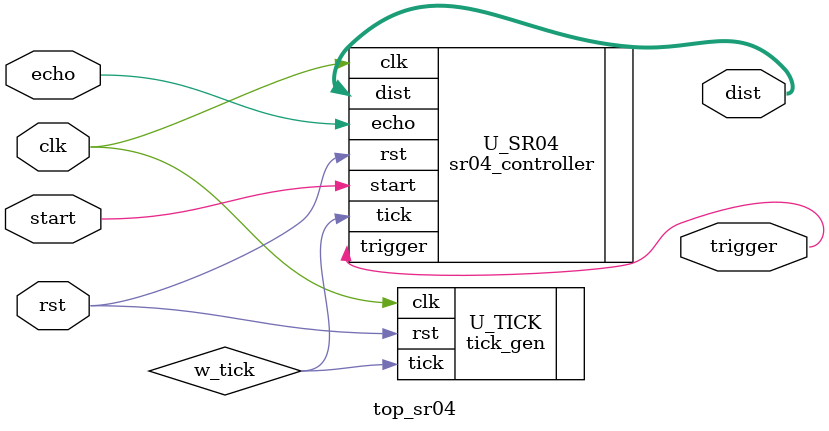
<source format=v>
`timescale 1ns / 1ps

module top_sr04(
    input clk,
    input rst,
    input echo,
    input start,
    //input btn_r,
    output trigger,
    output [11:0] dist
    //output [7:0] fnd_data,
    //output [3:0] fnd_digit
    );

//wire [11:0] w_dist;
wire w_tick;
//wire w_btn_r;
   tick_gen U_TICK(
   .clk(clk),
   .rst(rst),
   .tick(w_tick)
    );


    sr04_controller U_SR04(
    .clk(clk),
    .rst(rst),
    .tick(w_tick),
    .start(start),
    .echo(echo),
    .dist(dist),
    .trigger(trigger)
    );

/*
btn_debounce U_BTN(
    .clk(clk),
    .reset(rst),
    .i_btn(btn_r),
    .o_btn(w_btn_r)
);

    
fnd_controller UDT(
     .fnd_in_data(w_dist),
     .clk(clk),
     .reset(rst),
     .fnd_digit(fnd_digit),
     .fnd_data(fnd_data)
);

    */
endmodule

</source>
